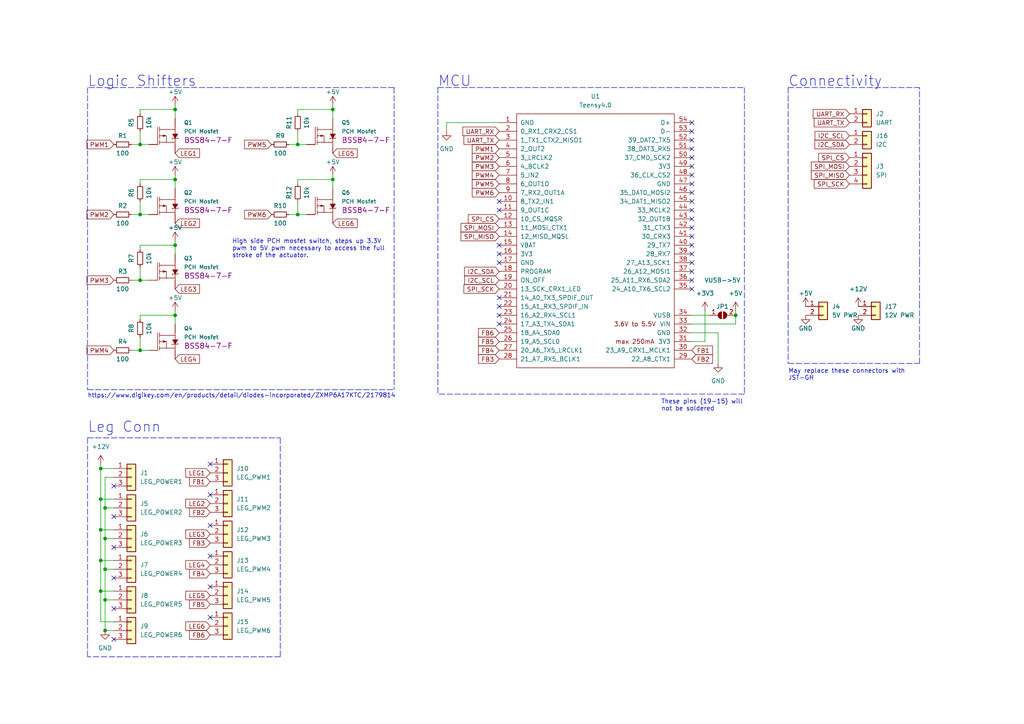
<source format=kicad_sch>
(kicad_sch (version 20211123) (generator eeschema)
  (paper "A4")
  (lib_symbols
    (symbol "Connector_Generic:Conn_01x02" (pin_names (offset 1.016) hide)
      (property "Reference" "J" (at 0 2.54 0))
      (property "Value" "Conn_01x02" (at 0 -5.08 0))
      (symbol "Conn_01x02_1_1"
        (rectangle (start -1.27 -2.413) (end 0 -2.667) (stroke (width 0.1524)))
        (rectangle (start -1.27 0.127) (end 0 -0.127) (stroke (width 0.1524)))
        (rectangle (start -1.27 1.27) (end 1.27 -3.81) (stroke (width 0.254)) (fill (type background)))
        (pin passive line (at -5.08 0 0) (length 3.81) (name "Pin_1") (number "1"))
        (pin passive line (at -5.08 -2.54 0) (length 3.81) (name "Pin_2") (number "2"))
      )
    )
    (symbol "Connector_Generic:Conn_01x03" (pin_names (offset 1.016) hide)
      (property "Reference" "J" (at 0 5.08 0))
      (property "Value" "Conn_01x03" (at 0 -5.08 0))
      (symbol "Conn_01x03_1_1"
        (rectangle (start -1.27 -2.413) (end 0 -2.667) (stroke (width 0.1524)))
        (rectangle (start -1.27 0.127) (end 0 -0.127) (stroke (width 0.1524)))
        (rectangle (start -1.27 2.667) (end 0 2.413) (stroke (width 0.1524)))
        (rectangle (start -1.27 3.81) (end 1.27 -3.81) (stroke (width 0.254)) (fill (type background)))
        (pin passive line (at -5.08 2.54 0) (length 3.81) (name "Pin_1") (number "1"))
        (pin passive line (at -5.08 0 0) (length 3.81) (name "Pin_2") (number "2"))
        (pin passive line (at -5.08 -2.54 0) (length 3.81) (name "Pin_3") (number "3"))
      )
    )
    (symbol "Connector_Generic:Conn_01x04" (pin_names (offset 1.016) hide)
      (property "Reference" "J" (at 0 5.08 0))
      (property "Value" "Conn_01x04" (at 0 -7.62 0))
      (symbol "Conn_01x04_1_1"
        (rectangle (start -1.27 -4.953) (end 0 -5.207) (stroke (width 0.1524)))
        (rectangle (start -1.27 -2.413) (end 0 -2.667) (stroke (width 0.1524)))
        (rectangle (start -1.27 0.127) (end 0 -0.127) (stroke (width 0.1524)))
        (rectangle (start -1.27 2.667) (end 0 2.413) (stroke (width 0.1524)))
        (rectangle (start -1.27 3.81) (end 1.27 -6.35) (stroke (width 0.254)) (fill (type background)))
        (pin passive line (at -5.08 2.54 0) (length 3.81) (name "Pin_1") (number "1"))
        (pin passive line (at -5.08 0 0) (length 3.81) (name "Pin_2") (number "2"))
        (pin passive line (at -5.08 -2.54 0) (length 3.81) (name "Pin_3") (number "3"))
        (pin passive line (at -5.08 -5.08 0) (length 3.81) (name "Pin_4") (number "4"))
      )
    )
    (symbol "Device:R_Small" (pin_numbers hide) (pin_names (offset 0.254) hide)
      (property "Reference" "R" (at 0.762 0.508 0))
      (property "Value" "R_Small" (at 0.762 -1.016 0))
      (symbol "R_Small_0_1"
        (rectangle (start -0.762 1.778) (end 0.762 -1.778) (stroke (width 0.2032)))
      )
      (symbol "R_Small_1_1"
        (pin passive line (at 0 2.54 270) (length 0.762) (name "~") (number "1"))
        (pin passive line (at 0 -2.54 90) (length 0.762) (name "~") (number "2"))
      )
    )
    (symbol "Jumper:SolderJumper_2_Open" (pin_names (offset 0) hide)
      (property "Reference" "JP" (at 0 2.032 0))
      (property "Value" "SolderJumper_2_Open" (at 0 -2.54 0))
      (symbol "SolderJumper_2_Open_0_1"
        (arc (start -0.254 1.016) (mid -1.27 0) (end -0.254 -1.016))
        (arc (start -0.254 1.016) (mid -1.27 0) (end -0.254 -1.016) (fill (type outline)))
        (polyline (pts (xy -0.254 1.016) (xy -0.254 -1.016)))
        (polyline (pts (xy 0.254 1.016) (xy 0.254 -1.016)))
        (arc (start 0.254 -1.016) (mid 1.27 0) (end 0.254 1.016))
        (arc (start 0.254 -1.016) (mid 1.27 0) (end 0.254 1.016) (fill (type outline)))
      )
      (symbol "SolderJumper_2_Open_1_1"
        (pin passive line (at -3.81 0 0) (length 2.54) (name "A") (number "1"))
        (pin passive line (at 3.81 0 180) (length 2.54) (name "B") (number "2"))
      )
    )
    (symbol "SparkFun-DiscreteSemi:MOSFET_PCH-DMG2307L" (pin_numbers hide) (pin_names (offset 1.016) hide)
      (property "Reference" "Q" (at 3.81 3.81 0))
      (property "Value" "MOSFET_PCH-DMG2307L" (at 3.81 -5.08 0))
      (property "Field4" "TRANS-11308" (at 0 7.62 0))
      (symbol "MOSFET_PCH-DMG2307L_1_0"
        (polyline (pts (xy -2.54 -2.54) (xy -2.54 2.54)))
        (polyline (pts (xy -1.9812 -1.905) (xy -1.9812 -2.54)))
        (polyline (pts (xy -1.9812 -1.905) (xy 0 -1.905)))
        (polyline (pts (xy -1.9812 -1.2954) (xy -1.9812 -1.905)))
        (polyline (pts (xy -1.9812 0) (xy -1.9812 -0.8382)))
        (polyline (pts (xy -1.9812 0.6858) (xy -1.9812 0)))
        (polyline (pts (xy -1.9812 1.8034) (xy -1.9812 1.0922)))
        (polyline (pts (xy -1.9812 1.8034) (xy 2.54 1.8034)))
        (polyline (pts (xy -1.9812 2.54) (xy -1.9812 1.8034)))
        (polyline (pts (xy 0 -1.905) (xy 0 0)))
        (polyline (pts (xy 0 0) (xy -1.9812 0)))
        (polyline (pts (xy 1.778 -0.762) (xy 1.6002 -0.9398)))
        (polyline (pts (xy 1.778 -0.762) (xy 3.302 -0.762)))
        (polyline (pts (xy 2.54 -2.54) (xy 2.54 -1.905)))
        (polyline (pts (xy 2.54 -1.905) (xy 0 -1.905)))
        (polyline (pts (xy 2.54 -1.905) (xy 2.54 -0.7874)))
        (polyline (pts (xy 2.54 1.8034) (xy 2.54 0.5842)))
        (polyline (pts (xy 2.54 2.54) (xy 2.54 1.8034)))
        (polyline (pts (xy 3.4798 -0.5842) (xy 3.302 -0.762)))
      )
      (symbol "MOSFET_PCH-DMG2307L_1_1"
        (polyline (pts (xy -0.1778 0) (xy -0.9398 -0.254) (xy -0.9398 -0.254) (xy -0.9398 0.254) (xy -0.9398 0.254) (xy -0.1778 0)) (fill (type outline)))
        (polyline (pts (xy 3.302 0.508) (xy 2.54 -0.762) (xy 2.54 -0.762) (xy 1.778 0.508) (xy 1.778 0.508) (xy 3.302 0.508)) (fill (type outline)))
        (pin bidirectional line (at -5.08 -2.54 0) (length 2.54) (name "G") (number "1"))
        (pin bidirectional line (at 2.54 -5.08 90) (length 2.54) (name "S") (number "2"))
        (pin bidirectional line (at 2.54 5.08 270) (length 2.54) (name "D") (number "3"))
      )
    )
    (symbol "power:+12V" (power) (pin_names (offset 0))
      (property "Value" "+12V" (at 0 3.556 0))
      (symbol "+12V_0_1"
        (polyline (pts (xy -0.762 1.27) (xy 0 2.54)))
        (polyline (pts (xy 0 0) (xy 0 2.54)))
        (polyline (pts (xy 0 2.54) (xy 0.762 1.27)))
      )
      (symbol "+12V_1_1"
        (pin power_in line (at 0 0 90) (length 0) hide (name "+12V") (number "1"))
      )
    )
    (symbol "power:+3V3" (power) (pin_names (offset 0))
      (property "Value" "+3V3" (at 0 3.556 0))
      (symbol "+3V3_0_1"
        (polyline (pts (xy -0.762 1.27) (xy 0 2.54)))
        (polyline (pts (xy 0 0) (xy 0 2.54)))
        (polyline (pts (xy 0 2.54) (xy 0.762 1.27)))
      )
      (symbol "+3V3_1_1"
        (pin power_in line (at 0 0 90) (length 0) hide (name "+3V3") (number "1"))
      )
    )
    (symbol "power:+5V" (power) (pin_names (offset 0))
      (property "Value" "+5V" (at 0 3.556 0))
      (symbol "+5V_0_1"
        (polyline (pts (xy -0.762 1.27) (xy 0 2.54)))
        (polyline (pts (xy 0 0) (xy 0 2.54)))
        (polyline (pts (xy 0 2.54) (xy 0.762 1.27)))
      )
      (symbol "+5V_1_1"
        (pin power_in line (at 0 0 90) (length 0) hide (name "+5V") (number "1"))
      )
    )
    (symbol "power:GND" (power) (pin_names (offset 0))
      (property "Value" "GND" (at 0 -3.81 0))
      (symbol "GND_0_1"
        (polyline (pts (xy 0 0) (xy 0 -1.27) (xy 1.27 -1.27) (xy 0 -2.54) (xy -1.27 -1.27) (xy 0 -1.27)))
      )
      (symbol "GND_1_1"
        (pin power_in line (at 0 0 270) (length 0) hide (name "GND") (number "1"))
      )
    )
    (symbol "teensy:Teensy4.0" (pin_names (offset 1.016))
      (property "Reference" "U" (at 0 39.37 0))
      (property "Value" "Teensy4.0" (at 0 -39.37 0))
      (symbol "Teensy4.0_0_0"
        (text "3.6V to 5.5V" (at 11.43 -24.13 0) (effects (font (size 1.27 1.27))))
        (text "max 250mA" (at 11.43 -29.21 0) (effects (font (size 1.27 1.27))))
        (pin bidirectional line (at -27.94 11.43 0) (length 5.08) (name "8_TX2_IN1") (number "10"))
        (pin bidirectional line (at -27.94 8.89 0) (length 5.08) (name "9_OUT1C") (number "11"))
        (pin bidirectional line (at -27.94 6.35 0) (length 5.08) (name "10_CS_MQSR") (number "12"))
        (pin bidirectional line (at -27.94 3.81 0) (length 5.08) (name "11_MOSI_CTX1") (number "13"))
        (pin bidirectional line (at -27.94 1.27 0) (length 5.08) (name "12_MISO_MQSL") (number "14"))
        (pin power_in line (at -27.94 -1.27 0) (length 5.08) (name "VBAT") (number "15"))
        (pin power_in line (at -27.94 -3.81 0) (length 5.08) (name "3V3") (number "16"))
        (pin power_in line (at -27.94 -6.35 0) (length 5.08) (name "GND") (number "17"))
        (pin input line (at -27.94 -8.89 0) (length 5.08) (name "PROGRAM") (number "18"))
        (pin input line (at -27.94 -11.43 0) (length 5.08) (name "ON_OFF") (number "19"))
        (pin bidirectional line (at -27.94 -13.97 0) (length 5.08) (name "13_SCK_CRX1_LED") (number "20"))
        (pin bidirectional line (at -27.94 -16.51 0) (length 5.08) (name "14_A0_TX3_SPDIF_OUT") (number "21"))
        (pin bidirectional line (at -27.94 -19.05 0) (length 5.08) (name "15_A1_RX3_SPDIF_IN") (number "22"))
        (pin bidirectional line (at -27.94 -21.59 0) (length 5.08) (name "16_A2_RX4_SCL1") (number "23"))
        (pin bidirectional line (at -27.94 -24.13 0) (length 5.08) (name "17_A3_TX4_SDA1") (number "24"))
        (pin bidirectional line (at -27.94 -26.67 0) (length 5.08) (name "18_A4_SDA0") (number "25"))
        (pin bidirectional line (at -27.94 -29.21 0) (length 5.08) (name "19_A5_SCL0") (number "26"))
        (pin bidirectional line (at -27.94 -31.75 0) (length 5.08) (name "20_A6_TX5_LRCLK1") (number "27"))
        (pin bidirectional line (at -27.94 -34.29 0) (length 5.08) (name "21_A7_RX5_BCLK1") (number "28"))
        (pin bidirectional line (at 27.94 -34.29 180) (length 5.08) (name "22_A8_CTX1") (number "29"))
        (pin bidirectional line (at 27.94 -31.75 180) (length 5.08) (name "23_A9_CRX1_MCLK1") (number "30"))
        (pin power_out line (at 27.94 -29.21 180) (length 5.08) (name "3V3") (number "31"))
        (pin power_in line (at 27.94 -26.67 180) (length 5.08) (name "GND") (number "32"))
        (pin power_in line (at 27.94 -24.13 180) (length 5.08) (name "VIN") (number "33"))
        (pin power_out line (at 27.94 -21.59 180) (length 5.08) (name "VUSB") (number "34"))
        (pin bidirectional line (at 27.94 -13.97 180) (length 5.08) (name "24_A10_TX6_SCL2") (number "35"))
        (pin bidirectional line (at 27.94 -11.43 180) (length 5.08) (name "25_A11_RX6_SDA2") (number "36"))
        (pin bidirectional line (at 27.94 -8.89 180) (length 5.08) (name "26_A12_MOSI1") (number "37"))
        (pin bidirectional line (at 27.94 -6.35 180) (length 5.08) (name "27_A13_SCK1") (number "38"))
        (pin bidirectional line (at 27.94 -3.81 180) (length 5.08) (name "28_RX7") (number "39"))
        (pin bidirectional line (at 27.94 -1.27 180) (length 5.08) (name "29_TX7") (number "40"))
        (pin bidirectional line (at 27.94 1.27 180) (length 5.08) (name "30_CRX3") (number "41"))
        (pin bidirectional line (at 27.94 3.81 180) (length 5.08) (name "31_CTX3") (number "42"))
        (pin bidirectional line (at 27.94 6.35 180) (length 5.08) (name "32_OUT1B") (number "43"))
        (pin bidirectional line (at 27.94 8.89 180) (length 5.08) (name "33_MCLK2") (number "44"))
        (pin bidirectional line (at 27.94 11.43 180) (length 5.08) (name "34_DAT1_MISO2") (number "45"))
        (pin bidirectional line (at 27.94 13.97 180) (length 5.08) (name "35_DAT0_MOSI2") (number "46"))
        (pin power_out line (at 27.94 16.51 180) (length 5.08) (name "GND") (number "47"))
        (pin bidirectional line (at 27.94 19.05 180) (length 5.08) (name "36_CLK_CS2") (number "48"))
        (pin power_out line (at 27.94 21.59 180) (length 5.08) (name "3V3") (number "49"))
        (pin bidirectional line (at -27.94 24.13 0) (length 5.08) (name "3_LRCLK2") (number "5"))
        (pin bidirectional line (at 27.94 24.13 180) (length 5.08) (name "37_CMD_SCK2") (number "50"))
        (pin bidirectional line (at 27.94 26.67 180) (length 5.08) (name "38_DAT3_RX5") (number "51"))
        (pin bidirectional line (at 27.94 29.21 180) (length 5.08) (name "39_DAT2_TX5") (number "52"))
        (pin bidirectional line (at 27.94 31.75 180) (length 5.08) (name "D-") (number "53"))
        (pin bidirectional line (at 27.94 34.29 180) (length 5.08) (name "D+") (number "54"))
        (pin bidirectional line (at -27.94 21.59 0) (length 5.08) (name "4_BCLK2") (number "6"))
        (pin bidirectional line (at -27.94 19.05 0) (length 5.08) (name "5_IN2") (number "7"))
        (pin bidirectional line (at -27.94 16.51 0) (length 5.08) (name "6_OUT1D") (number "8"))
        (pin bidirectional line (at -27.94 13.97 0) (length 5.08) (name "7_RX2_OUT1A") (number "9"))
      )
      (symbol "Teensy4.0_0_1"
        (rectangle (start -22.86 36.83) (end 22.86 -36.83))
        (rectangle (start -20.32 -31.75) (end -20.32 -31.75))
      )
      (symbol "Teensy4.0_1_1"
        (pin power_in line (at -27.94 34.29 0) (length 5.08) (name "GND") (number "1"))
        (pin bidirectional line (at -27.94 31.75 0) (length 5.08) (name "0_RX1_CRX2_CS1") (number "2"))
        (pin bidirectional line (at -27.94 29.21 0) (length 5.08) (name "1_TX1_CTX2_MISO1") (number "3"))
        (pin bidirectional line (at -27.94 26.67 0) (length 5.08) (name "2_OUT2") (number "4"))
      )
    )
  )
  (junction (at 50.8 71.12))
  (junction (at 30.48 156.21))
  (junction (at 213.36 91.44))
  (junction (at 29.21 162.56))
  (junction (at 29.21 153.67))
  (junction (at 86.36 62.23))
  (junction (at 50.8 91.44))
  (junction (at 40.64 101.6))
  (junction (at 50.8 31.75))
  (junction (at 40.64 62.23))
  (junction (at 29.21 144.78))
  (junction (at 29.21 171.45))
  (junction (at 50.8 52.07))
  (junction (at 30.48 147.32))
  (junction (at 86.36 41.91))
  (junction (at 96.52 52.07))
  (junction (at 30.48 182.88))
  (junction (at 40.64 41.91))
  (junction (at 29.21 135.89))
  (junction (at 30.48 165.1))
  (junction (at 30.48 173.99))
  (junction (at 96.52 31.75))
  (junction (at 40.64 81.28))
  (no_connect (at 60.96 179.07))
  (no_connect (at 144.78 58.42))
  (no_connect (at 60.96 161.29))
  (no_connect (at 144.78 88.9))
  (no_connect (at 33.02 167.64))
  (no_connect (at 200.66 50.8))
  (no_connect (at 33.02 158.75))
  (no_connect (at 144.78 71.12))
  (no_connect (at 60.96 170.18))
  (no_connect (at 200.66 68.58))
  (no_connect (at 200.66 55.88))
  (no_connect (at 33.02 140.97))
  (no_connect (at 144.78 60.96))
  (no_connect (at 200.66 60.96))
  (no_connect (at 200.66 81.28))
  (no_connect (at 60.96 134.62))
  (no_connect (at 144.78 91.44))
  (no_connect (at 200.66 71.12))
  (no_connect (at 200.66 73.66))
  (no_connect (at 144.78 73.66))
  (no_connect (at 200.66 78.74))
  (no_connect (at 60.96 143.51))
  (no_connect (at 200.66 48.26))
  (no_connect (at 200.66 83.82))
  (no_connect (at 144.78 93.98))
  (no_connect (at 200.66 53.34))
  (no_connect (at 144.78 76.2))
  (no_connect (at 200.66 40.64))
  (no_connect (at 33.02 185.42))
  (no_connect (at 200.66 43.18))
  (no_connect (at 200.66 38.1))
  (no_connect (at 200.66 76.2))
  (no_connect (at 33.02 149.86))
  (no_connect (at 60.96 152.4))
  (no_connect (at 200.66 35.56))
  (no_connect (at 200.66 58.42))
  (no_connect (at 200.66 45.72))
  (no_connect (at 200.66 63.5))
  (no_connect (at 200.66 66.04))
  (no_connect (at 33.02 176.53))
  (no_connect (at 144.78 86.36))
  (polyline (pts (xy 127 25.4) (xy 127 114.3)))
  (wire (pts (xy 40.64 38.1) (xy 40.64 41.91)))
  (wire (pts (xy 33.02 153.67) (xy 29.21 153.67)))
  (wire (pts (xy 29.21 153.67) (xy 29.21 162.56)))
  (wire (pts (xy 29.21 135.89) (xy 29.21 144.78)))
  (wire (pts (xy 38.1 81.28) (xy 40.64 81.28)))
  (wire (pts (xy 33.02 147.32) (xy 30.48 147.32)))
  (wire (pts (xy 30.48 138.43) (xy 30.48 147.32)))
  (wire (pts (xy 50.8 90.17) (xy 50.8 91.44)))
  (wire (pts (xy 200.66 93.98) (xy 213.36 93.98)))
  (wire (pts (xy 40.64 58.42) (xy 40.64 62.23)))
  (wire (pts (xy 86.36 38.1) (xy 86.36 41.91)))
  (wire (pts (xy 200.66 91.44) (xy 205.74 91.44)))
  (wire (pts (xy 33.02 156.21) (xy 30.48 156.21)))
  (wire (pts (xy 86.36 52.07) (xy 96.52 52.07)))
  (polyline (pts (xy 25.4 113.03) (xy 114.3 113.03)))
  (polyline (pts (xy 25.4 127) (xy 25.4 190.5)))
  (wire (pts (xy 30.48 173.99) (xy 30.48 182.88)))
  (wire (pts (xy 40.64 81.28) (xy 43.18 81.28)))
  (polyline (pts (xy 114.3 25.4) (xy 25.4 25.4)))
  (wire (pts (xy 50.8 91.44) (xy 50.8 93.98)))
  (wire (pts (xy 83.82 62.23) (xy 86.36 62.23)))
  (wire (pts (xy 30.48 147.32) (xy 30.48 156.21)))
  (wire (pts (xy 50.8 31.75) (xy 50.8 34.29)))
  (wire (pts (xy 40.64 31.75) (xy 50.8 31.75)))
  (wire (pts (xy 40.64 53.34) (xy 40.64 52.07)))
  (wire (pts (xy 29.21 135.89) (xy 33.02 135.89)))
  (polyline (pts (xy 25.4 25.4) (xy 25.4 113.03)))
  (wire (pts (xy 40.64 101.6) (xy 43.18 101.6)))
  (wire (pts (xy 200.66 99.06) (xy 204.47 99.06)))
  (polyline (pts (xy 215.9 25.4) (xy 215.9 114.3)))
  (wire (pts (xy 40.64 41.91) (xy 43.18 41.91)))
  (wire (pts (xy 40.64 71.12) (xy 50.8 71.12)))
  (wire (pts (xy 86.36 58.42) (xy 86.36 62.23)))
  (polyline (pts (xy 228.6 88.9) (xy 228.6 105.41)))
  (polyline (pts (xy 266.7 76.2) (xy 266.7 25.4)))
  (wire (pts (xy 40.64 77.47) (xy 40.64 81.28)))
  (wire (pts (xy 96.52 30.48) (xy 96.52 31.75)))
  (wire (pts (xy 29.21 162.56) (xy 29.21 171.45)))
  (wire (pts (xy 40.64 62.23) (xy 43.18 62.23)))
  (wire (pts (xy 204.47 99.06) (xy 204.47 90.17)))
  (wire (pts (xy 50.8 69.85) (xy 50.8 71.12)))
  (wire (pts (xy 50.8 30.48) (xy 50.8 31.75)))
  (wire (pts (xy 96.52 31.75) (xy 96.52 34.29)))
  (wire (pts (xy 33.02 165.1) (xy 30.48 165.1)))
  (polyline (pts (xy 215.9 114.3) (xy 127 114.3)))
  (wire (pts (xy 40.64 97.79) (xy 40.64 101.6)))
  (polyline (pts (xy 228.6 76.2) (xy 228.6 88.9)))
  (polyline (pts (xy 127 25.4) (xy 215.9 25.4)))
  (wire (pts (xy 29.21 171.45) (xy 29.21 180.34)))
  (wire (pts (xy 38.1 41.91) (xy 40.64 41.91)))
  (wire (pts (xy 40.64 91.44) (xy 50.8 91.44)))
  (wire (pts (xy 86.36 33.02) (xy 86.36 31.75)))
  (wire (pts (xy 30.48 182.88) (xy 33.02 182.88)))
  (wire (pts (xy 40.64 52.07) (xy 50.8 52.07)))
  (wire (pts (xy 213.36 90.17) (xy 213.36 91.44)))
  (wire (pts (xy 40.64 92.71) (xy 40.64 91.44)))
  (polyline (pts (xy 228.6 105.41) (xy 266.7 105.41)))
  (wire (pts (xy 29.21 162.56) (xy 33.02 162.56)))
  (wire (pts (xy 86.36 31.75) (xy 96.52 31.75)))
  (polyline (pts (xy 228.6 25.4) (xy 228.6 76.2)))
  (wire (pts (xy 83.82 41.91) (xy 86.36 41.91)))
  (wire (pts (xy 96.52 52.07) (xy 96.52 54.61)))
  (wire (pts (xy 208.28 96.52) (xy 208.28 105.41)))
  (wire (pts (xy 50.8 50.8) (xy 50.8 52.07)))
  (wire (pts (xy 50.8 71.12) (xy 50.8 73.66)))
  (wire (pts (xy 86.36 41.91) (xy 88.9 41.91)))
  (polyline (pts (xy 81.28 127) (xy 81.28 190.5)))
  (wire (pts (xy 33.02 138.43) (xy 30.48 138.43)))
  (wire (pts (xy 38.1 62.23) (xy 40.64 62.23)))
  (wire (pts (xy 129.54 38.1) (xy 129.54 35.56)))
  (wire (pts (xy 33.02 173.99) (xy 30.48 173.99)))
  (wire (pts (xy 200.66 96.52) (xy 208.28 96.52)))
  (wire (pts (xy 29.21 171.45) (xy 33.02 171.45)))
  (polyline (pts (xy 114.3 25.4) (xy 114.3 113.03)))
  (polyline (pts (xy 81.28 190.5) (xy 25.4 190.5)))
  (polyline (pts (xy 228.6 25.4) (xy 266.7 25.4)))
  (wire (pts (xy 38.1 101.6) (xy 40.64 101.6)))
  (wire (pts (xy 40.64 33.02) (xy 40.64 31.75)))
  (wire (pts (xy 30.48 156.21) (xy 30.48 165.1)))
  (wire (pts (xy 96.52 50.8) (xy 96.52 52.07)))
  (wire (pts (xy 86.36 62.23) (xy 88.9 62.23)))
  (wire (pts (xy 129.54 35.56) (xy 144.78 35.56)))
  (wire (pts (xy 40.64 72.39) (xy 40.64 71.12)))
  (polyline (pts (xy 266.7 88.9) (xy 266.7 76.2)))
  (wire (pts (xy 29.21 144.78) (xy 29.21 153.67)))
  (wire (pts (xy 86.36 53.34) (xy 86.36 52.07)))
  (wire (pts (xy 30.48 165.1) (xy 30.48 173.99)))
  (polyline (pts (xy 266.7 105.41) (xy 266.7 88.9)))
  (polyline (pts (xy 25.4 127) (xy 81.28 127)))
  (wire (pts (xy 50.8 52.07) (xy 50.8 54.61)))
  (wire (pts (xy 29.21 180.34) (xy 33.02 180.34)))
  (wire (pts (xy 213.36 91.44) (xy 213.36 93.98)))
  (wire (pts (xy 29.21 144.78) (xy 33.02 144.78)))
  (wire (pts (xy 29.21 134.62) (xy 29.21 135.89)))
  (text "These pins (19-15) will \nnot be soldered" (at 191.77 119.38 0) (effects (font (size 1.27 1.27)) (justify left bottom)))
  (text "Leg Conn" (at 25.4 125.73 0) (effects (font (size 3 3)) (justify left bottom)))
  (text "May replace these connectors with \nJST-GH" (at 228.6 110.49 0) (effects (font (size 1.27 1.27)) (justify left bottom)))
  (text "MCU\n" (at 127 25.4 0) (effects (font (size 3 3)) (justify left bottom)))
  (text "Connectivity\n" (at 228.6 25.4 0) (effects (font (size 3 3)) (justify left bottom)))
  (text "https://www.digikey.com/en/products/detail/diodes-incorporated/ZXMP6A17KTC/2179814" (at 25.4 115.57 0) (effects (font (size 1.27 1.27)) (justify left bottom)))
  (text "High side PCH mosfet switch, steps up 3.3V \npwm to 5V pwm necessary to access the full \nstroke of the actuator." (at 67.31 74.93 0) (effects (font (size 1.27 1.27)) (justify left bottom)))
  (text "Logic Shifters" (at 25.4 25.4 0) (effects (font (size 3 3)) (justify left bottom)))
  (global_label "LEG4" (shape input) (at 60.96 163.83 180) (property "Intersheet References" "${INTERSHEET_REFS}" (effects hide)))
  (global_label "I2C_SCL" (shape input) (at 144.78 81.28 180) (property "Intersheet References" "${INTERSHEET_REFS}" (effects hide)))
  (global_label "FB3" (shape input) (at 144.78 104.14 180) (property "Intersheet References" "${INTERSHEET_REFS}" (effects hide)))
  (global_label "FB4" (shape input) (at 144.78 101.6 180) (property "Intersheet References" "${INTERSHEET_REFS}" (effects hide)))
  (global_label "FB6" (shape input) (at 144.78 96.52 180) (property "Intersheet References" "${INTERSHEET_REFS}" (effects hide)))
  (global_label "LEG3" (shape input) (at 60.96 154.94 180) (property "Intersheet References" "${INTERSHEET_REFS}" (effects hide)))
  (global_label "I2C_SCL" (shape input) (at 246.38 39.37 180) (property "Intersheet References" "${INTERSHEET_REFS}" (effects hide)))
  (global_label "LEG2" (shape input) (at 50.8 64.77 0) (property "Intersheet References" "${INTERSHEET_REFS}" (effects hide)))
  (global_label "LEG3" (shape input) (at 50.8 83.82 0) (property "Intersheet References" "${INTERSHEET_REFS}" (effects hide)))
  (global_label "LEG6" (shape input) (at 96.52 64.77 0) (property "Intersheet References" "${INTERSHEET_REFS}" (effects hide)))
  (global_label "FB1" (shape input) (at 200.66 101.6 0) (property "Intersheet References" "${INTERSHEET_REFS}" (effects hide)))
  (global_label "FB4" (shape input) (at 60.96 166.37 180) (property "Intersheet References" "${INTERSHEET_REFS}" (effects hide)))
  (global_label "PWM4" (shape input) (at 144.78 50.8 180) (property "Intersheet References" "${INTERSHEET_REFS}" (effects hide)))
  (global_label "SPI_CS" (shape input) (at 246.38 45.72 180) (property "Intersheet References" "${INTERSHEET_REFS}" (effects hide)))
  (global_label "FB6" (shape input) (at 60.96 184.15 180) (property "Intersheet References" "${INTERSHEET_REFS}" (effects hide)))
  (global_label "FB2" (shape input) (at 200.66 104.14 0) (property "Intersheet References" "${INTERSHEET_REFS}" (effects hide)))
  (global_label "PWM1" (shape input) (at 33.02 41.91 180) (property "Intersheet References" "${INTERSHEET_REFS}" (effects hide)))
  (global_label "LEG2" (shape input) (at 60.96 146.05 180) (property "Intersheet References" "${INTERSHEET_REFS}" (effects hide)))
  (global_label "PWM1" (shape input) (at 144.78 43.18 180) (property "Intersheet References" "${INTERSHEET_REFS}" (effects hide)))
  (global_label "PWM3" (shape input) (at 144.78 48.26 180) (property "Intersheet References" "${INTERSHEET_REFS}" (effects hide)))
  (global_label "SPI_SCK" (shape input) (at 246.38 53.34 180) (property "Intersheet References" "${INTERSHEET_REFS}" (effects hide)))
  (global_label "LEG1" (shape input) (at 60.96 137.16 180) (property "Intersheet References" "${INTERSHEET_REFS}" (effects hide)))
  (global_label "UART_RX" (shape input) (at 144.78 38.1 180) (property "Intersheet References" "${INTERSHEET_REFS}" (effects hide)))
  (global_label "LEG4" (shape input) (at 50.8 104.14 0) (property "Intersheet References" "${INTERSHEET_REFS}" (effects hide)))
  (global_label "SPI_MOSI" (shape input) (at 144.78 66.04 180) (property "Intersheet References" "${INTERSHEET_REFS}" (effects hide)))
  (global_label "FB1" (shape input) (at 60.96 139.7 180) (property "Intersheet References" "${INTERSHEET_REFS}" (effects hide)))
  (global_label "PWM4" (shape input) (at 33.02 101.6 180) (property "Intersheet References" "${INTERSHEET_REFS}" (effects hide)))
  (global_label "FB2" (shape input) (at 60.96 148.59 180) (property "Intersheet References" "${INTERSHEET_REFS}" (effects hide)))
  (global_label "FB5" (shape input) (at 60.96 175.26 180) (property "Intersheet References" "${INTERSHEET_REFS}" (effects hide)))
  (global_label "FB3" (shape input) (at 60.96 157.48 180) (property "Intersheet References" "${INTERSHEET_REFS}" (effects hide)))
  (global_label "SPI_CS" (shape input) (at 144.78 63.5 180) (property "Intersheet References" "${INTERSHEET_REFS}" (effects hide)))
  (global_label "SPI_SCK" (shape input) (at 144.78 83.82 180) (property "Intersheet References" "${INTERSHEET_REFS}" (effects hide)))
  (global_label "LEG5" (shape input) (at 60.96 172.72 180) (property "Intersheet References" "${INTERSHEET_REFS}" (effects hide)))
  (global_label "SPI_MISO" (shape input) (at 246.38 50.8 180) (property "Intersheet References" "${INTERSHEET_REFS}" (effects hide)))
  (global_label "UART_RX" (shape input) (at 246.38 33.02 180) (property "Intersheet References" "${INTERSHEET_REFS}" (effects hide)))
  (global_label "SPI_MISO" (shape input) (at 144.78 68.58 180) (property "Intersheet References" "${INTERSHEET_REFS}" (effects hide)))
  (global_label "I2C_SDA" (shape input) (at 246.38 41.91 180) (property "Intersheet References" "${INTERSHEET_REFS}" (effects hide)))
  (global_label "PWM6" (shape input) (at 78.74 62.23 180) (property "Intersheet References" "${INTERSHEET_REFS}" (effects hide)))
  (global_label "PWM2" (shape input) (at 144.78 45.72 180) (property "Intersheet References" "${INTERSHEET_REFS}" (effects hide)))
  (global_label "LEG1" (shape input) (at 50.8 44.45 0) (property "Intersheet References" "${INTERSHEET_REFS}" (effects hide)))
  (global_label "UART_TX" (shape input) (at 144.78 40.64 180) (property "Intersheet References" "${INTERSHEET_REFS}" (effects hide)))
  (global_label "PWM2" (shape input) (at 33.02 62.23 180) (property "Intersheet References" "${INTERSHEET_REFS}" (effects hide)))
  (global_label "UART_TX" (shape input) (at 246.38 35.56 180) (property "Intersheet References" "${INTERSHEET_REFS}" (effects hide)))
  (global_label "PWM5" (shape input) (at 144.78 53.34 180) (property "Intersheet References" "${INTERSHEET_REFS}" (effects hide)))
  (global_label "FB5" (shape input) (at 144.78 99.06 180) (property "Intersheet References" "${INTERSHEET_REFS}" (effects hide)))
  (global_label "PWM3" (shape input) (at 33.02 81.28 180) (property "Intersheet References" "${INTERSHEET_REFS}" (effects hide)))
  (global_label "PWM6" (shape input) (at 144.78 55.88 180) (property "Intersheet References" "${INTERSHEET_REFS}" (effects hide)))
  (global_label "LEG5" (shape input) (at 96.52 44.45 0) (property "Intersheet References" "${INTERSHEET_REFS}" (effects hide)))
  (global_label "PWM5" (shape input) (at 78.74 41.91 180) (property "Intersheet References" "${INTERSHEET_REFS}" (effects hide)))
  (global_label "SPI_MOSI" (shape input) (at 246.38 48.26 180) (property "Intersheet References" "${INTERSHEET_REFS}" (effects hide)))
  (global_label "LEG6" (shape input) (at 60.96 181.61 180) (property "Intersheet References" "${INTERSHEET_REFS}" (effects hide)))
  (global_label "I2C_SDA" (shape input) (at 144.78 78.74 180) (property "Intersheet References" "${INTERSHEET_REFS}" (effects hide)))
  (symbol (lib_id "power:GND") (at 248.92 91.44 0) (unit 1)
    (property "Reference" "#PWR021" (effects hide))
    (property "Value" "GND" (at 248.92 95.25 0))
  )
  (symbol (lib_id "power:GND") (at 208.28 105.41 0) (unit 1)
    (property "Reference" "#PWR015" (effects hide))
    (property "Value" "GND" (at 208.28 110.49 0))
  )
  (symbol (lib_id "Connector_Generic:Conn_01x03") (at 38.1 173.99 0) (unit 1)
    (property "Reference" "J8" (at 40.64 172.7199 0) (effects (justify left)))
    (property "Value" "LEG_POWER5" (at 40.64 175.2599 0) (effects (justify left)))
    (property "Footprint" "Connector_PinHeader_2.54mm:PinHeader_1x03_P2.54mm_Vertical" (effects hide))
  )
  (symbol (lib_id "Connector_Generic:Conn_01x03") (at 66.04 154.94 0) (unit 1)
    (property "Reference" "J12" (at 68.58 153.6699 0) (effects (justify left)))
    (property "Value" "LEG_PWM3" (at 68.58 156.2099 0) (effects (justify left)))
    (property "Footprint" "Connector_PinHeader_2.54mm:PinHeader_1x03_P2.54mm_Vertical" (effects hide))
  )
  (symbol (lib_id "Device:R_Small") (at 86.36 35.56 180) (unit 1)
    (property "Reference" "R11" (at 83.82 35.56 90))
    (property "Value" "10k" (at 88.9 35.56 90))
    (property "Footprint" "Resistor_SMD:R_0402_1005Metric" (effects hide))
  )
  (symbol (lib_id "power:+12V") (at 248.92 88.9 0) (unit 1)
    (property "Reference" "#PWR020" (effects hide))
    (property "Value" "+12V" (at 248.92 83.82 0))
  )
  (symbol (lib_id "Device:R_Small") (at 35.56 41.91 90) (unit 1)
    (property "Reference" "R1" (at 35.56 39.37 90))
    (property "Value" "100" (at 35.56 44.45 90))
    (property "Footprint" "Resistor_SMD:R_0402_1005Metric" (effects hide))
  )
  (symbol (lib_id "power:+5V") (at 96.52 50.8 0) (unit 1)
    (property "Reference" "#PWR0107" (effects hide))
    (property "Value" "+5V" (at 96.52 46.99 0))
  )
  (symbol (lib_id "Device:R_Small") (at 81.28 62.23 90) (unit 1)
    (property "Reference" "R10" (at 81.28 59.69 90))
    (property "Value" "100" (at 81.28 64.77 90))
    (property "Footprint" "Resistor_SMD:R_0402_1005Metric" (effects hide))
  )
  (symbol (lib_id "power:GND") (at 129.54 38.1 0) (unit 1)
    (property "Reference" "#PWR013" (effects hide))
    (property "Value" "GND" (at 129.54 43.18 0))
  )
  (symbol (lib_id "Jumper:SolderJumper_2_Open") (at 209.55 91.44 0) (unit 1)
    (property "Reference" "JP1" (at 209.55 88.9 0))
    (property "Value" "VUSB->5V" (at 209.55 81.28 0))
    (property "Footprint" "Jumper:SolderJumper-2_P1.3mm_Open_TrianglePad1.0x1.5mm" (effects hide))
  )
  (symbol (lib_id "power:+5V") (at 50.8 90.17 0) (unit 1)
    (property "Reference" "#PWR0103" (effects hide))
    (property "Value" "+5V" (at 50.8 86.36 0))
  )
  (symbol (lib_id "Device:R_Small") (at 40.64 55.88 180) (unit 1)
    (property "Reference" "R6" (at 38.1 55.88 90))
    (property "Value" "10k" (at 43.18 55.88 90))
    (property "Footprint" "Resistor_SMD:R_0402_1005Metric" (effects hide))
  )
  (symbol (lib_id "Connector_Generic:Conn_01x02") (at 251.46 33.02 0) (unit 1)
    (property "Reference" "J2" (at 254 33.0199 0) (effects (justify left)))
    (property "Value" "UART" (at 254 35.5599 0) (effects (justify left)))
    (property "Footprint" "Connector_PinHeader_2.54mm:PinHeader_1x02_P2.54mm_Vertical" (effects hide))
  )
  (symbol (lib_id "power:GND") (at 233.68 91.44 0) (unit 1)
    (property "Reference" "#PWR017" (effects hide))
    (property "Value" "GND" (at 233.68 95.25 0))
  )
  (symbol (lib_id "Connector_Generic:Conn_01x02") (at 251.46 39.37 0) (unit 1)
    (property "Reference" "J16" (at 254 39.3699 0) (effects (justify left)))
    (property "Value" "I2C" (at 254 41.9099 0) (effects (justify left)))
    (property "Footprint" "Connector_PinHeader_2.54mm:PinHeader_1x02_P2.54mm_Vertical" (effects hide))
  )
  (symbol (lib_id "SparkFun-DiscreteSemi:MOSFET_PCH-DMG2307L") (at 93.98 39.37 0) (unit 1)
    (property "Reference" "Q5" (at 99.06 35.56 0) (effects (font (size 1.143 1.143)) (justify left)))
    (property "Value" "PCH Mosfet" (at 99.06 38.1 0) (effects (font (size 1.143 1.143)) (justify left)))
    (property "Footprint" "digikey-footprints:SOT-23-3" (effects hide))
    (property "Field4" "BSS84-7-F" (at 99.06 40.64 0) (effects (font (size 1.524 1.524)) (justify left)))
  )
  (symbol (lib_id "power:+5V") (at 50.8 30.48 0) (unit 1)
    (property "Reference" "#PWR0105" (effects hide))
    (property "Value" "+5V" (at 50.8 26.67 0))
  )
  (symbol (lib_id "teensy:Teensy4.0") (at 172.72 69.85 0) (unit 1)
    (property "Reference" "U1" (at 172.72 27.94 0))
    (property "Value" "Teensy4.0" (at 172.72 30.48 0))
    (property "Footprint" "teensy:Teensy40_SMT" (effects hide))
  )
  (symbol (lib_id "SparkFun-DiscreteSemi:MOSFET_PCH-DMG2307L") (at 48.26 59.69 0) (unit 1)
    (property "Reference" "Q2" (at 53.34 55.88 0) (effects (font (size 1.143 1.143)) (justify left)))
    (property "Value" "PCH Mosfet" (at 53.34 58.42 0) (effects (font (size 1.143 1.143)) (justify left)))
    (property "Footprint" "digikey-footprints:SOT-23-3" (effects hide))
    (property "Field4" "BSS84-7-F" (at 53.34 60.96 0) (effects (font (size 1.524 1.524)) (justify left)))
  )
  (symbol (lib_id "power:+3V3") (at 204.47 90.17 0) (unit 1)
    (property "Reference" "#PWR014" (effects hide))
    (property "Value" "+3V3" (at 204.47 85.09 0))
  )
  (symbol (lib_id "power:+5V") (at 96.52 30.48 0) (unit 1)
    (property "Reference" "#PWR0104" (effects hide))
    (property "Value" "+5V" (at 96.52 26.67 0))
  )
  (symbol (lib_id "Connector_Generic:Conn_01x02") (at 238.76 88.9 0) (unit 1)
    (property "Reference" "J4" (at 241.3 88.8999 0) (effects (justify left)))
    (property "Value" "5V PWR" (at 241.3 91.4399 0) (effects (justify left)))
    (property "Footprint" "Connector_PinHeader_2.54mm:PinHeader_1x02_P2.54mm_Vertical" (effects hide))
  )
  (symbol (lib_id "power:+5V") (at 50.8 69.85 0) (unit 1)
    (property "Reference" "#PWR0102" (effects hide))
    (property "Value" "+5V" (at 50.8 66.04 0))
  )
  (symbol (lib_id "SparkFun-DiscreteSemi:MOSFET_PCH-DMG2307L") (at 48.26 99.06 0) (unit 1)
    (property "Reference" "Q4" (at 53.34 95.25 0) (effects (font (size 1.143 1.143)) (justify left)))
    (property "Value" "PCH Mosfet" (at 53.34 97.79 0) (effects (font (size 1.143 1.143)) (justify left)))
    (property "Footprint" "digikey-footprints:SOT-23-3" (effects hide))
    (property "Field4" "BSS84-7-F" (at 53.34 100.33 0) (effects (font (size 1.524 1.524)) (justify left)))
  )
  (symbol (lib_id "Connector_Generic:Conn_01x03") (at 38.1 156.21 0) (unit 1)
    (property "Reference" "J6" (at 40.64 154.9399 0) (effects (justify left)))
    (property "Value" "LEG_POWER3" (at 40.64 157.4799 0) (effects (justify left)))
    (property "Footprint" "Connector_PinHeader_2.54mm:PinHeader_1x03_P2.54mm_Vertical" (effects hide))
  )
  (symbol (lib_id "SparkFun-DiscreteSemi:MOSFET_PCH-DMG2307L") (at 48.26 78.74 0) (unit 1)
    (property "Reference" "Q3" (at 53.34 74.93 0) (effects (font (size 1.143 1.143)) (justify left)))
    (property "Value" "PCH Mosfet" (at 53.34 77.47 0) (effects (font (size 1.143 1.143)) (justify left)))
    (property "Footprint" "digikey-footprints:SOT-23-3" (effects hide))
    (property "Field4" "BSS84-7-F" (at 53.34 80.01 0) (effects (font (size 1.524 1.524)) (justify left)))
  )
  (symbol (lib_id "SparkFun-DiscreteSemi:MOSFET_PCH-DMG2307L") (at 48.26 39.37 0) (unit 1)
    (property "Reference" "Q1" (at 53.34 35.56 0) (effects (font (size 1.143 1.143)) (justify left)))
    (property "Value" "PCH Mosfet" (at 53.34 38.1 0) (effects (font (size 1.143 1.143)) (justify left)))
    (property "Footprint" "digikey-footprints:SOT-23-3" (effects hide))
    (property "Field4" "BSS84-7-F" (at 53.34 40.64 0) (effects (font (size 1.524 1.524)) (justify left)))
  )
  (symbol (lib_id "Device:R_Small") (at 40.64 95.25 180) (unit 1)
    (property "Reference" "R8" (at 38.1 95.25 90))
    (property "Value" "10k" (at 43.18 95.25 90))
    (property "Footprint" "Resistor_SMD:R_0402_1005Metric" (effects hide))
  )
  (symbol (lib_id "Device:R_Small") (at 35.56 62.23 90) (unit 1)
    (property "Reference" "R2" (at 35.56 59.69 90))
    (property "Value" "100" (at 35.56 64.77 90))
    (property "Footprint" "Resistor_SMD:R_0402_1005Metric" (effects hide))
  )
  (symbol (lib_id "Device:R_Small") (at 35.56 101.6 90) (unit 1)
    (property "Reference" "R4" (at 35.56 99.06 90))
    (property "Value" "100" (at 35.56 104.14 90))
    (property "Footprint" "Resistor_SMD:R_0402_1005Metric" (effects hide))
  )
  (symbol (lib_id "Connector_Generic:Conn_01x04") (at 251.46 48.26 0) (unit 1)
    (property "Reference" "J3" (at 254 48.2599 0) (effects (justify left)))
    (property "Value" "SPI" (at 254 50.7999 0) (effects (justify left)))
    (property "Footprint" "Connector_PinHeader_2.54mm:PinHeader_1x04_P2.54mm_Vertical" (effects hide))
  )
  (symbol (lib_id "SparkFun-DiscreteSemi:MOSFET_PCH-DMG2307L") (at 93.98 59.69 0) (unit 1)
    (property "Reference" "Q6" (at 99.06 55.88 0) (effects (font (size 1.143 1.143)) (justify left)))
    (property "Value" "PCH Mosfet" (at 99.06 58.42 0) (effects (font (size 1.143 1.143)) (justify left)))
    (property "Footprint" "digikey-footprints:SOT-23-3" (effects hide))
    (property "Field4" "BSS84-7-F" (at 99.06 60.96 0) (effects (font (size 1.524 1.524)) (justify left)))
  )
  (symbol (lib_id "Connector_Generic:Conn_01x03") (at 66.04 146.05 0) (unit 1)
    (property "Reference" "J11" (at 68.58 144.7799 0) (effects (justify left)))
    (property "Value" "LEG_PWM2" (at 68.58 147.3199 0) (effects (justify left)))
    (property "Footprint" "Connector_PinHeader_2.54mm:PinHeader_1x03_P2.54mm_Vertical" (effects hide))
  )
  (symbol (lib_id "Connector_Generic:Conn_01x03") (at 66.04 181.61 0) (unit 1)
    (property "Reference" "J15" (at 68.58 180.3399 0) (effects (justify left)))
    (property "Value" "LEG_PWM6" (at 68.58 182.8799 0) (effects (justify left)))
    (property "Footprint" "Connector_PinHeader_2.54mm:PinHeader_1x03_P2.54mm_Vertical" (effects hide))
  )
  (symbol (lib_id "power:+5V") (at 233.68 88.9 0) (unit 1)
    (property "Reference" "#PWR016" (effects hide))
    (property "Value" "+5V" (at 233.68 85.09 0))
  )
  (symbol (lib_id "Device:R_Small") (at 40.64 74.93 180) (unit 1)
    (property "Reference" "R7" (at 38.1 74.93 90))
    (property "Value" "10k" (at 43.18 74.93 90))
    (property "Footprint" "Resistor_SMD:R_0402_1005Metric" (effects hide))
  )
  (symbol (lib_id "Connector_Generic:Conn_01x03") (at 38.1 165.1 0) (unit 1)
    (property "Reference" "J7" (at 40.64 163.8299 0) (effects (justify left)))
    (property "Value" "LEG_POWER4" (at 40.64 166.3699 0) (effects (justify left)))
    (property "Footprint" "Connector_PinHeader_2.54mm:PinHeader_1x03_P2.54mm_Vertical" (effects hide))
  )
  (symbol (lib_id "Connector_Generic:Conn_01x03") (at 66.04 172.72 0) (unit 1)
    (property "Reference" "J14" (at 68.58 171.4499 0) (effects (justify left)))
    (property "Value" "LEG_PWM5" (at 68.58 173.9899 0) (effects (justify left)))
    (property "Footprint" "Connector_PinHeader_2.54mm:PinHeader_1x03_P2.54mm_Vertical" (effects hide))
  )
  (symbol (lib_id "Connector_Generic:Conn_01x03") (at 38.1 182.88 0) (unit 1)
    (property "Reference" "J9" (at 40.64 181.6099 0) (effects (justify left)))
    (property "Value" "LEG_POWER6" (at 40.64 184.1499 0) (effects (justify left)))
    (property "Footprint" "Connector_PinHeader_2.54mm:PinHeader_1x03_P2.54mm_Vertical" (effects hide))
  )
  (symbol (lib_id "power:+12V") (at 29.21 134.62 0) (unit 1)
    (property "Reference" "#PWR018" (effects hide))
    (property "Value" "+12V" (at 29.21 129.54 0))
  )
  (symbol (lib_id "power:GND") (at 30.48 182.88 0) (unit 1)
    (property "Reference" "#PWR019" (effects hide))
    (property "Value" "GND" (at 30.48 187.96 0))
  )
  (symbol (lib_id "Connector_Generic:Conn_01x03") (at 66.04 163.83 0) (unit 1)
    (property "Reference" "J13" (at 68.58 162.5599 0) (effects (justify left)))
    (property "Value" "LEG_PWM4" (at 68.58 165.0999 0) (effects (justify left)))
    (property "Footprint" "Connector_PinHeader_2.54mm:PinHeader_1x03_P2.54mm_Vertical" (effects hide))
  )
  (symbol (lib_id "Device:R_Small") (at 40.64 35.56 180) (unit 1)
    (property "Reference" "R5" (at 38.1 35.56 90))
    (property "Value" "10k" (at 43.18 35.56 90))
    (property "Footprint" "Resistor_SMD:R_0402_1005Metric" (effects hide))
  )
  (symbol (lib_id "power:+5V") (at 213.36 90.17 0) (unit 1)
    (property "Reference" "#PWR0101" (effects hide))
    (property "Value" "+5V" (at 213.36 85.09 0))
  )
  (symbol (lib_id "Connector_Generic:Conn_01x03") (at 38.1 138.43 0) (unit 1)
    (property "Reference" "J1" (at 40.64 137.1599 0) (effects (justify left)))
    (property "Value" "LEG_POWER1" (at 40.64 139.6999 0) (effects (justify left)))
    (property "Footprint" "Connector_PinHeader_2.54mm:PinHeader_1x03_P2.54mm_Vertical" (effects hide))
  )
  (symbol (lib_id "Connector_Generic:Conn_01x03") (at 38.1 147.32 0) (unit 1)
    (property "Reference" "J5" (at 40.64 146.0499 0) (effects (justify left)))
    (property "Value" "LEG_POWER2" (at 40.64 148.5899 0) (effects (justify left)))
    (property "Footprint" "Connector_PinHeader_2.54mm:PinHeader_1x03_P2.54mm_Vertical" (effects hide))
  )
  (symbol (lib_id "Device:R_Small") (at 35.56 81.28 90) (unit 1)
    (property "Reference" "R3" (at 35.56 78.74 90))
    (property "Value" "100" (at 35.56 83.82 90))
    (property "Footprint" "Resistor_SMD:R_0402_1005Metric" (effects hide))
  )
  (symbol (lib_id "Connector_Generic:Conn_01x03") (at 66.04 137.16 0) (unit 1)
    (property "Reference" "J10" (at 68.58 135.8899 0) (effects (justify left)))
    (property "Value" "LEG_PWM1" (at 68.58 138.4299 0) (effects (justify left)))
    (property "Footprint" "Connector_PinHeader_2.54mm:PinHeader_1x03_P2.54mm_Vertical" (effects hide))
  )
  (symbol (lib_id "Device:R_Small") (at 86.36 55.88 180) (unit 1)
    (property "Reference" "R12" (at 83.82 55.88 90))
    (property "Value" "10k" (at 88.9 55.88 90))
    (property "Footprint" "Resistor_SMD:R_0402_1005Metric" (effects hide))
  )
  (symbol (lib_id "Connector_Generic:Conn_01x02") (at 254 88.9 0) (unit 1)
    (property "Reference" "J17" (at 256.54 88.8999 0) (effects (justify left)))
    (property "Value" "12V PWR" (at 256.54 91.4399 0) (effects (justify left)))
    (property "Footprint" "Connector_PinHeader_2.54mm:PinHeader_1x02_P2.54mm_Vertical" (effects hide))
  )
  (symbol (lib_id "power:+5V") (at 50.8 50.8 0) (unit 1)
    (property "Reference" "#PWR0106" (effects hide))
    (property "Value" "+5V" (at 50.8 46.99 0))
  )
  (symbol (lib_id "Device:R_Small") (at 81.28 41.91 90) (unit 1)
    (property "Reference" "R9" (at 81.28 39.37 90))
    (property "Value" "100" (at 81.28 44.45 90))
    (property "Footprint" "Resistor_SMD:R_0402_1005Metric" (effects hide))
  )
)
</source>
